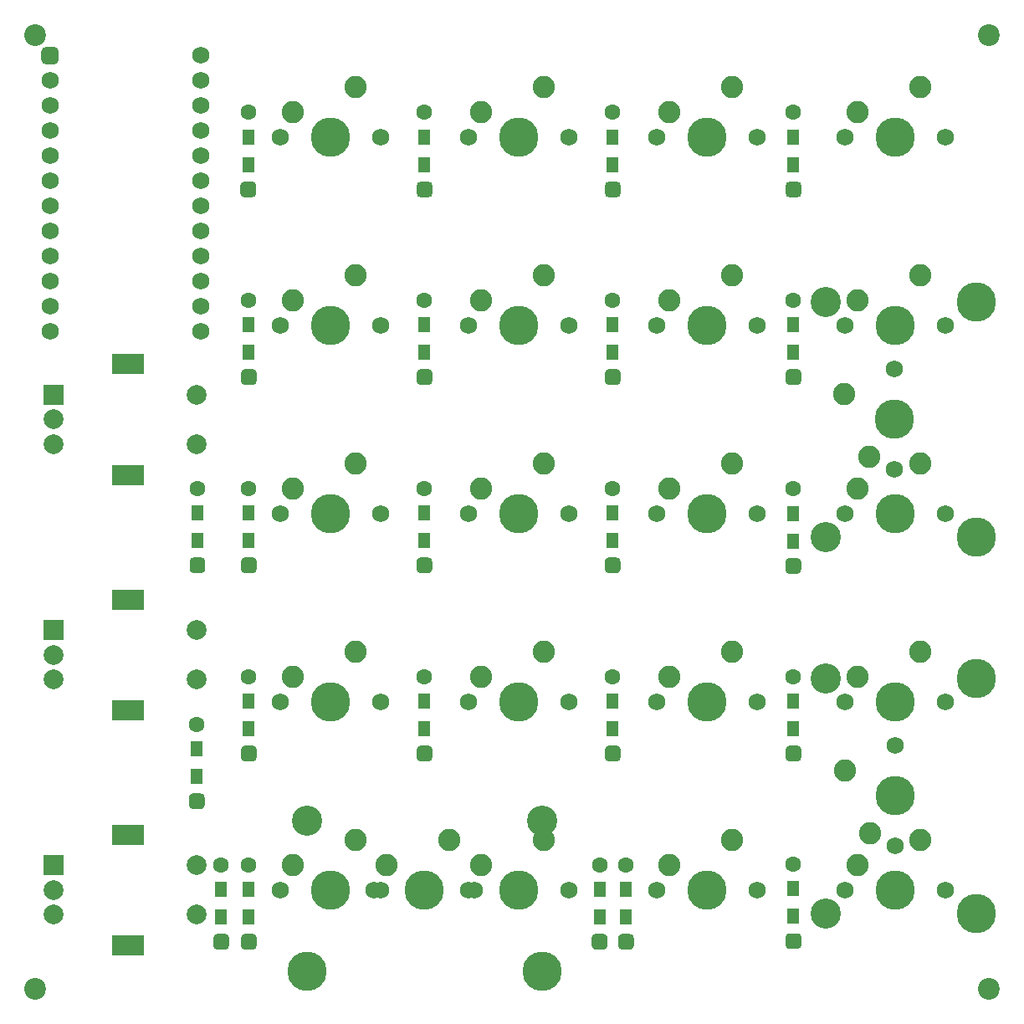
<source format=gbs>
G04 #@! TF.GenerationSoftware,KiCad,Pcbnew,5.99.0+really5.1.10+dfsg1-1*
G04 #@! TF.CreationDate,2021-05-18T01:02:48-04:00*
G04 #@! TF.ProjectId,numpad_0,6e756d70-6164-45f3-902e-6b696361645f,rev?*
G04 #@! TF.SameCoordinates,Original*
G04 #@! TF.FileFunction,Soldermask,Bot*
G04 #@! TF.FilePolarity,Negative*
%FSLAX46Y46*%
G04 Gerber Fmt 4.6, Leading zero omitted, Abs format (unit mm)*
G04 Created by KiCad (PCBNEW 5.99.0+really5.1.10+dfsg1-1) date 2021-05-18 01:02:48*
%MOMM*%
%LPD*%
G01*
G04 APERTURE LIST*
%ADD10C,2.200000*%
%ADD11C,2.250000*%
%ADD12C,3.987800*%
%ADD13C,1.750000*%
%ADD14C,1.752600*%
%ADD15C,3.048000*%
%ADD16C,2.000000*%
%ADD17R,3.200000X2.000000*%
%ADD18R,2.000000X2.000000*%
%ADD19C,1.600000*%
%ADD20R,1.200000X1.600000*%
G04 APERTURE END LIST*
D10*
X98250000Y-1750000D03*
X98250000Y-98250000D03*
X1750000Y-98250000D03*
X1750000Y-1750000D03*
D11*
X34163000Y-6985000D03*
D12*
X31623000Y-12065000D03*
D11*
X27813000Y-9525000D03*
D13*
X26543000Y-12065000D03*
X36703000Y-12065000D03*
D14*
X18478500Y-3810000D03*
X3238500Y-31750000D03*
X18478500Y-6350000D03*
X18478500Y-8890000D03*
X18478500Y-11430000D03*
X18478500Y-13970000D03*
X18478500Y-16510000D03*
X18478500Y-19050000D03*
X18478500Y-21590000D03*
X18478500Y-24130000D03*
X18478500Y-26670000D03*
X18478500Y-29210000D03*
X18478500Y-31750000D03*
X3238500Y-29210000D03*
X3238500Y-26670000D03*
X3238500Y-24130000D03*
X3238500Y-21590000D03*
X3238500Y-19050000D03*
X3238500Y-16510000D03*
X3238500Y-13970000D03*
X3238500Y-11430000D03*
X3238500Y-8890000D03*
X3238500Y-6350000D03*
G36*
G01*
X2800350Y-2933700D02*
X3676650Y-2933700D01*
G75*
G02*
X4114800Y-3371850I0J-438150D01*
G01*
X4114800Y-4248150D01*
G75*
G02*
X3676650Y-4686300I-438150J0D01*
G01*
X2800350Y-4686300D01*
G75*
G02*
X2362200Y-4248150I0J438150D01*
G01*
X2362200Y-3371850D01*
G75*
G02*
X2800350Y-2933700I438150J0D01*
G01*
G37*
D11*
X72263000Y-26035000D03*
D12*
X69723000Y-31115000D03*
D11*
X65913000Y-28575000D03*
D13*
X64643000Y-31115000D03*
X74803000Y-31115000D03*
D11*
X53213000Y-26035000D03*
D12*
X50673000Y-31115000D03*
D11*
X46863000Y-28575000D03*
D13*
X45593000Y-31115000D03*
X55753000Y-31115000D03*
D11*
X83693000Y-76200000D03*
D12*
X88773000Y-78740000D03*
D11*
X86233000Y-82550000D03*
D13*
X88773000Y-83820000D03*
X88773000Y-73660000D03*
D15*
X81788000Y-90646250D03*
X81788000Y-66833750D03*
D12*
X97028000Y-90646250D03*
X97028000Y-66833750D03*
D11*
X83629500Y-38100000D03*
D12*
X88709500Y-40640000D03*
D11*
X86169500Y-44450000D03*
D13*
X88709500Y-45720000D03*
X88709500Y-35560000D03*
D15*
X81724500Y-52546250D03*
X81724500Y-28733750D03*
D12*
X96964500Y-52546250D03*
X96964500Y-28733750D03*
D11*
X43688000Y-83185000D03*
D12*
X41148000Y-88265000D03*
D11*
X37338000Y-85725000D03*
D13*
X36068000Y-88265000D03*
X46228000Y-88265000D03*
D15*
X29241750Y-81280000D03*
X53054250Y-81280000D03*
D12*
X29241750Y-96520000D03*
X53054250Y-96520000D03*
D16*
X18112500Y-90765000D03*
X18112500Y-85765000D03*
D17*
X11112500Y-93865000D03*
X11112500Y-82665000D03*
D16*
X3612500Y-90765000D03*
X3612500Y-88265000D03*
D18*
X3612500Y-85765000D03*
D16*
X18112500Y-66952500D03*
X18112500Y-61952500D03*
D17*
X11112500Y-70052500D03*
X11112500Y-58852500D03*
D16*
X3612500Y-66952500D03*
X3612500Y-64452500D03*
D18*
X3612500Y-61952500D03*
D16*
X18112500Y-43140000D03*
X18112500Y-38140000D03*
D17*
X11112500Y-46240000D03*
X11112500Y-35040000D03*
D16*
X3612500Y-43140000D03*
X3612500Y-40640000D03*
D18*
X3612500Y-38140000D03*
G36*
G01*
X17697500Y-78474500D02*
X18497500Y-78474500D01*
G75*
G02*
X18897500Y-78874500I0J-400000D01*
G01*
X18897500Y-79674500D01*
G75*
G02*
X18497500Y-80074500I-400000J0D01*
G01*
X17697500Y-80074500D01*
G75*
G02*
X17297500Y-79674500I0J400000D01*
G01*
X17297500Y-78874500D01*
G75*
G02*
X17697500Y-78474500I400000J0D01*
G01*
G37*
D19*
X18097500Y-71474500D03*
D20*
X18097500Y-76774500D03*
X18097500Y-73974500D03*
G36*
G01*
X17761000Y-54595500D02*
X18561000Y-54595500D01*
G75*
G02*
X18961000Y-54995500I0J-400000D01*
G01*
X18961000Y-55795500D01*
G75*
G02*
X18561000Y-56195500I-400000J0D01*
G01*
X17761000Y-56195500D01*
G75*
G02*
X17361000Y-55795500I0J400000D01*
G01*
X17361000Y-54995500D01*
G75*
G02*
X17761000Y-54595500I400000J0D01*
G01*
G37*
D19*
X18161000Y-47595500D03*
D20*
X18161000Y-52895500D03*
X18161000Y-50095500D03*
D11*
X91313000Y-83185000D03*
D12*
X88773000Y-88265000D03*
D11*
X84963000Y-85725000D03*
D13*
X83693000Y-88265000D03*
X93853000Y-88265000D03*
D11*
X72263000Y-83185000D03*
D12*
X69723000Y-88265000D03*
D11*
X65913000Y-85725000D03*
D13*
X64643000Y-88265000D03*
X74803000Y-88265000D03*
D11*
X53213000Y-83185000D03*
D12*
X50673000Y-88265000D03*
D11*
X46863000Y-85725000D03*
D13*
X45593000Y-88265000D03*
X55753000Y-88265000D03*
D11*
X34163000Y-83185000D03*
D12*
X31623000Y-88265000D03*
D11*
X27813000Y-85725000D03*
D13*
X26543000Y-88265000D03*
X36703000Y-88265000D03*
G36*
G01*
X78086000Y-92635000D02*
X78886000Y-92635000D01*
G75*
G02*
X79286000Y-93035000I0J-400000D01*
G01*
X79286000Y-93835000D01*
G75*
G02*
X78886000Y-94235000I-400000J0D01*
G01*
X78086000Y-94235000D01*
G75*
G02*
X77686000Y-93835000I0J400000D01*
G01*
X77686000Y-93035000D01*
G75*
G02*
X78086000Y-92635000I400000J0D01*
G01*
G37*
D19*
X78486000Y-85635000D03*
D20*
X78486000Y-90935000D03*
X78486000Y-88135000D03*
G36*
G01*
X61131500Y-92698500D02*
X61931500Y-92698500D01*
G75*
G02*
X62331500Y-93098500I0J-400000D01*
G01*
X62331500Y-93898500D01*
G75*
G02*
X61931500Y-94298500I-400000J0D01*
G01*
X61131500Y-94298500D01*
G75*
G02*
X60731500Y-93898500I0J400000D01*
G01*
X60731500Y-93098500D01*
G75*
G02*
X61131500Y-92698500I400000J0D01*
G01*
G37*
D19*
X61531500Y-85698500D03*
D20*
X61531500Y-90998500D03*
X61531500Y-88198500D03*
G36*
G01*
X58464500Y-92698500D02*
X59264500Y-92698500D01*
G75*
G02*
X59664500Y-93098500I0J-400000D01*
G01*
X59664500Y-93898500D01*
G75*
G02*
X59264500Y-94298500I-400000J0D01*
G01*
X58464500Y-94298500D01*
G75*
G02*
X58064500Y-93898500I0J400000D01*
G01*
X58064500Y-93098500D01*
G75*
G02*
X58464500Y-92698500I400000J0D01*
G01*
G37*
D19*
X58864500Y-85698500D03*
D20*
X58864500Y-90998500D03*
X58864500Y-88198500D03*
G36*
G01*
X22968000Y-92698500D02*
X23768000Y-92698500D01*
G75*
G02*
X24168000Y-93098500I0J-400000D01*
G01*
X24168000Y-93898500D01*
G75*
G02*
X23768000Y-94298500I-400000J0D01*
G01*
X22968000Y-94298500D01*
G75*
G02*
X22568000Y-93898500I0J400000D01*
G01*
X22568000Y-93098500D01*
G75*
G02*
X22968000Y-92698500I400000J0D01*
G01*
G37*
D19*
X23368000Y-85698500D03*
D20*
X23368000Y-90998500D03*
X23368000Y-88198500D03*
D11*
X91313000Y-64135000D03*
D12*
X88773000Y-69215000D03*
D11*
X84963000Y-66675000D03*
D13*
X83693000Y-69215000D03*
X93853000Y-69215000D03*
D11*
X91313000Y-45085000D03*
D12*
X88773000Y-50165000D03*
D11*
X84963000Y-47625000D03*
D13*
X83693000Y-50165000D03*
X93853000Y-50165000D03*
D11*
X91313000Y-26035000D03*
D12*
X88773000Y-31115000D03*
D11*
X84963000Y-28575000D03*
D13*
X83693000Y-31115000D03*
X93853000Y-31115000D03*
D11*
X91313000Y-6985000D03*
D12*
X88773000Y-12065000D03*
D11*
X84963000Y-9525000D03*
D13*
X83693000Y-12065000D03*
X93853000Y-12065000D03*
G36*
G01*
X20174000Y-92698500D02*
X20974000Y-92698500D01*
G75*
G02*
X21374000Y-93098500I0J-400000D01*
G01*
X21374000Y-93898500D01*
G75*
G02*
X20974000Y-94298500I-400000J0D01*
G01*
X20174000Y-94298500D01*
G75*
G02*
X19774000Y-93898500I0J400000D01*
G01*
X19774000Y-93098500D01*
G75*
G02*
X20174000Y-92698500I400000J0D01*
G01*
G37*
D19*
X20574000Y-85698500D03*
D20*
X20574000Y-90998500D03*
X20574000Y-88198500D03*
G36*
G01*
X78086000Y-73648500D02*
X78886000Y-73648500D01*
G75*
G02*
X79286000Y-74048500I0J-400000D01*
G01*
X79286000Y-74848500D01*
G75*
G02*
X78886000Y-75248500I-400000J0D01*
G01*
X78086000Y-75248500D01*
G75*
G02*
X77686000Y-74848500I0J400000D01*
G01*
X77686000Y-74048500D01*
G75*
G02*
X78086000Y-73648500I400000J0D01*
G01*
G37*
D19*
X78486000Y-66648500D03*
D20*
X78486000Y-71948500D03*
X78486000Y-69148500D03*
G36*
G01*
X78060600Y-54662000D02*
X78860600Y-54662000D01*
G75*
G02*
X79260600Y-55062000I0J-400000D01*
G01*
X79260600Y-55862000D01*
G75*
G02*
X78860600Y-56262000I-400000J0D01*
G01*
X78060600Y-56262000D01*
G75*
G02*
X77660600Y-55862000I0J400000D01*
G01*
X77660600Y-55062000D01*
G75*
G02*
X78060600Y-54662000I400000J0D01*
G01*
G37*
D19*
X78460600Y-47662000D03*
D20*
X78460600Y-52962000D03*
X78460600Y-50162000D03*
G36*
G01*
X78086000Y-35548500D02*
X78886000Y-35548500D01*
G75*
G02*
X79286000Y-35948500I0J-400000D01*
G01*
X79286000Y-36748500D01*
G75*
G02*
X78886000Y-37148500I-400000J0D01*
G01*
X78086000Y-37148500D01*
G75*
G02*
X77686000Y-36748500I0J400000D01*
G01*
X77686000Y-35948500D01*
G75*
G02*
X78086000Y-35548500I400000J0D01*
G01*
G37*
D19*
X78486000Y-28548500D03*
D20*
X78486000Y-33848500D03*
X78486000Y-31048500D03*
G36*
G01*
X78086000Y-16562000D02*
X78886000Y-16562000D01*
G75*
G02*
X79286000Y-16962000I0J-400000D01*
G01*
X79286000Y-17762000D01*
G75*
G02*
X78886000Y-18162000I-400000J0D01*
G01*
X78086000Y-18162000D01*
G75*
G02*
X77686000Y-17762000I0J400000D01*
G01*
X77686000Y-16962000D01*
G75*
G02*
X78086000Y-16562000I400000J0D01*
G01*
G37*
D19*
X78486000Y-9562000D03*
D20*
X78486000Y-14862000D03*
X78486000Y-12062000D03*
G36*
G01*
X59798000Y-73648500D02*
X60598000Y-73648500D01*
G75*
G02*
X60998000Y-74048500I0J-400000D01*
G01*
X60998000Y-74848500D01*
G75*
G02*
X60598000Y-75248500I-400000J0D01*
G01*
X59798000Y-75248500D01*
G75*
G02*
X59398000Y-74848500I0J400000D01*
G01*
X59398000Y-74048500D01*
G75*
G02*
X59798000Y-73648500I400000J0D01*
G01*
G37*
D19*
X60198000Y-66648500D03*
D20*
X60198000Y-71948500D03*
X60198000Y-69148500D03*
G36*
G01*
X59772600Y-54598500D02*
X60572600Y-54598500D01*
G75*
G02*
X60972600Y-54998500I0J-400000D01*
G01*
X60972600Y-55798500D01*
G75*
G02*
X60572600Y-56198500I-400000J0D01*
G01*
X59772600Y-56198500D01*
G75*
G02*
X59372600Y-55798500I0J400000D01*
G01*
X59372600Y-54998500D01*
G75*
G02*
X59772600Y-54598500I400000J0D01*
G01*
G37*
D19*
X60172600Y-47598500D03*
D20*
X60172600Y-52898500D03*
X60172600Y-50098500D03*
G36*
G01*
X59798000Y-35548500D02*
X60598000Y-35548500D01*
G75*
G02*
X60998000Y-35948500I0J-400000D01*
G01*
X60998000Y-36748500D01*
G75*
G02*
X60598000Y-37148500I-400000J0D01*
G01*
X59798000Y-37148500D01*
G75*
G02*
X59398000Y-36748500I0J400000D01*
G01*
X59398000Y-35948500D01*
G75*
G02*
X59798000Y-35548500I400000J0D01*
G01*
G37*
D19*
X60198000Y-28548500D03*
D20*
X60198000Y-33848500D03*
X60198000Y-31048500D03*
G36*
G01*
X59798000Y-16562000D02*
X60598000Y-16562000D01*
G75*
G02*
X60998000Y-16962000I0J-400000D01*
G01*
X60998000Y-17762000D01*
G75*
G02*
X60598000Y-18162000I-400000J0D01*
G01*
X59798000Y-18162000D01*
G75*
G02*
X59398000Y-17762000I0J400000D01*
G01*
X59398000Y-16962000D01*
G75*
G02*
X59798000Y-16562000I400000J0D01*
G01*
G37*
D19*
X60198000Y-9562000D03*
D20*
X60198000Y-14862000D03*
X60198000Y-12062000D03*
G36*
G01*
X40748000Y-73648500D02*
X41548000Y-73648500D01*
G75*
G02*
X41948000Y-74048500I0J-400000D01*
G01*
X41948000Y-74848500D01*
G75*
G02*
X41548000Y-75248500I-400000J0D01*
G01*
X40748000Y-75248500D01*
G75*
G02*
X40348000Y-74848500I0J400000D01*
G01*
X40348000Y-74048500D01*
G75*
G02*
X40748000Y-73648500I400000J0D01*
G01*
G37*
D19*
X41148000Y-66648500D03*
D20*
X41148000Y-71948500D03*
X41148000Y-69148500D03*
G36*
G01*
X40722600Y-54598500D02*
X41522600Y-54598500D01*
G75*
G02*
X41922600Y-54998500I0J-400000D01*
G01*
X41922600Y-55798500D01*
G75*
G02*
X41522600Y-56198500I-400000J0D01*
G01*
X40722600Y-56198500D01*
G75*
G02*
X40322600Y-55798500I0J400000D01*
G01*
X40322600Y-54998500D01*
G75*
G02*
X40722600Y-54598500I400000J0D01*
G01*
G37*
D19*
X41122600Y-47598500D03*
D20*
X41122600Y-52898500D03*
X41122600Y-50098500D03*
G36*
G01*
X40748000Y-35548500D02*
X41548000Y-35548500D01*
G75*
G02*
X41948000Y-35948500I0J-400000D01*
G01*
X41948000Y-36748500D01*
G75*
G02*
X41548000Y-37148500I-400000J0D01*
G01*
X40748000Y-37148500D01*
G75*
G02*
X40348000Y-36748500I0J400000D01*
G01*
X40348000Y-35948500D01*
G75*
G02*
X40748000Y-35548500I400000J0D01*
G01*
G37*
D19*
X41148000Y-28548500D03*
D20*
X41148000Y-33848500D03*
X41148000Y-31048500D03*
G36*
G01*
X40748000Y-16562000D02*
X41548000Y-16562000D01*
G75*
G02*
X41948000Y-16962000I0J-400000D01*
G01*
X41948000Y-17762000D01*
G75*
G02*
X41548000Y-18162000I-400000J0D01*
G01*
X40748000Y-18162000D01*
G75*
G02*
X40348000Y-17762000I0J400000D01*
G01*
X40348000Y-16962000D01*
G75*
G02*
X40748000Y-16562000I400000J0D01*
G01*
G37*
D19*
X41148000Y-9562000D03*
D20*
X41148000Y-14862000D03*
X41148000Y-12062000D03*
G36*
G01*
X22968000Y-73648500D02*
X23768000Y-73648500D01*
G75*
G02*
X24168000Y-74048500I0J-400000D01*
G01*
X24168000Y-74848500D01*
G75*
G02*
X23768000Y-75248500I-400000J0D01*
G01*
X22968000Y-75248500D01*
G75*
G02*
X22568000Y-74848500I0J400000D01*
G01*
X22568000Y-74048500D01*
G75*
G02*
X22968000Y-73648500I400000J0D01*
G01*
G37*
D19*
X23368000Y-66648500D03*
D20*
X23368000Y-71948500D03*
X23368000Y-69148500D03*
G36*
G01*
X22968000Y-54598500D02*
X23768000Y-54598500D01*
G75*
G02*
X24168000Y-54998500I0J-400000D01*
G01*
X24168000Y-55798500D01*
G75*
G02*
X23768000Y-56198500I-400000J0D01*
G01*
X22968000Y-56198500D01*
G75*
G02*
X22568000Y-55798500I0J400000D01*
G01*
X22568000Y-54998500D01*
G75*
G02*
X22968000Y-54598500I400000J0D01*
G01*
G37*
D19*
X23368000Y-47598500D03*
D20*
X23368000Y-52898500D03*
X23368000Y-50098500D03*
G36*
G01*
X22968000Y-35548500D02*
X23768000Y-35548500D01*
G75*
G02*
X24168000Y-35948500I0J-400000D01*
G01*
X24168000Y-36748500D01*
G75*
G02*
X23768000Y-37148500I-400000J0D01*
G01*
X22968000Y-37148500D01*
G75*
G02*
X22568000Y-36748500I0J400000D01*
G01*
X22568000Y-35948500D01*
G75*
G02*
X22968000Y-35548500I400000J0D01*
G01*
G37*
D19*
X23368000Y-28548500D03*
D20*
X23368000Y-33848500D03*
X23368000Y-31048500D03*
G36*
G01*
X22904500Y-16562000D02*
X23704500Y-16562000D01*
G75*
G02*
X24104500Y-16962000I0J-400000D01*
G01*
X24104500Y-17762000D01*
G75*
G02*
X23704500Y-18162000I-400000J0D01*
G01*
X22904500Y-18162000D01*
G75*
G02*
X22504500Y-17762000I0J400000D01*
G01*
X22504500Y-16962000D01*
G75*
G02*
X22904500Y-16562000I400000J0D01*
G01*
G37*
D19*
X23304500Y-9562000D03*
D20*
X23304500Y-14862000D03*
X23304500Y-12062000D03*
D11*
X72263000Y-64135000D03*
D12*
X69723000Y-69215000D03*
D11*
X65913000Y-66675000D03*
D13*
X64643000Y-69215000D03*
X74803000Y-69215000D03*
D11*
X72263000Y-45085000D03*
D12*
X69723000Y-50165000D03*
D11*
X65913000Y-47625000D03*
D13*
X64643000Y-50165000D03*
X74803000Y-50165000D03*
D11*
X72263000Y-6985000D03*
D12*
X69723000Y-12065000D03*
D11*
X65913000Y-9525000D03*
D13*
X64643000Y-12065000D03*
X74803000Y-12065000D03*
D11*
X53213000Y-64135000D03*
D12*
X50673000Y-69215000D03*
D11*
X46863000Y-66675000D03*
D13*
X45593000Y-69215000D03*
X55753000Y-69215000D03*
D11*
X53213000Y-45085000D03*
D12*
X50673000Y-50165000D03*
D11*
X46863000Y-47625000D03*
D13*
X45593000Y-50165000D03*
X55753000Y-50165000D03*
D11*
X53213000Y-6985000D03*
D12*
X50673000Y-12065000D03*
D11*
X46863000Y-9525000D03*
D13*
X45593000Y-12065000D03*
X55753000Y-12065000D03*
D11*
X34163000Y-64135000D03*
D12*
X31623000Y-69215000D03*
D11*
X27813000Y-66675000D03*
D13*
X26543000Y-69215000D03*
X36703000Y-69215000D03*
D11*
X34163000Y-45085000D03*
D12*
X31623000Y-50165000D03*
D11*
X27813000Y-47625000D03*
D13*
X26543000Y-50165000D03*
X36703000Y-50165000D03*
D11*
X34163000Y-26035000D03*
D12*
X31623000Y-31115000D03*
D11*
X27813000Y-28575000D03*
D13*
X26543000Y-31115000D03*
X36703000Y-31115000D03*
M02*

</source>
